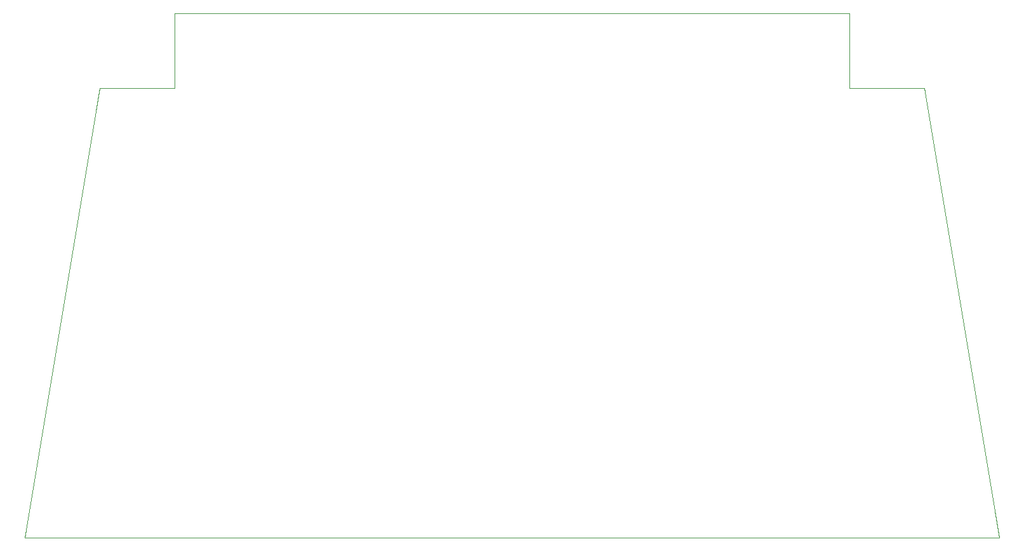
<source format=gbr>
G04 #@! TF.GenerationSoftware,KiCad,Pcbnew,(5.1.5)-3*
G04 #@! TF.CreationDate,2020-05-01T16:43:27+03:00*
G04 #@! TF.ProjectId,Transmitter,5472616e-736d-4697-9474-65722e6b6963,rev?*
G04 #@! TF.SameCoordinates,Original*
G04 #@! TF.FileFunction,Profile,NP*
%FSLAX46Y46*%
G04 Gerber Fmt 4.6, Leading zero omitted, Abs format (unit mm)*
G04 Created by KiCad (PCBNEW (5.1.5)-3) date 2020-05-01 16:43:27*
%MOMM*%
%LPD*%
G04 APERTURE LIST*
%ADD10C,0.050000*%
G04 APERTURE END LIST*
D10*
X91000000Y-74000000D02*
X81000000Y-134000000D01*
X101000000Y-74000000D02*
X91000000Y-74000000D01*
X101000000Y-64000000D02*
X101000000Y-74000000D01*
X211000000Y-134000000D02*
X81000000Y-134000000D01*
X201000000Y-74000000D02*
X211000000Y-134000000D01*
X191000000Y-74000000D02*
X201000000Y-74000000D01*
X191000000Y-64000000D02*
X191000000Y-74000000D01*
X101000000Y-64000000D02*
X191000000Y-64000000D01*
M02*

</source>
